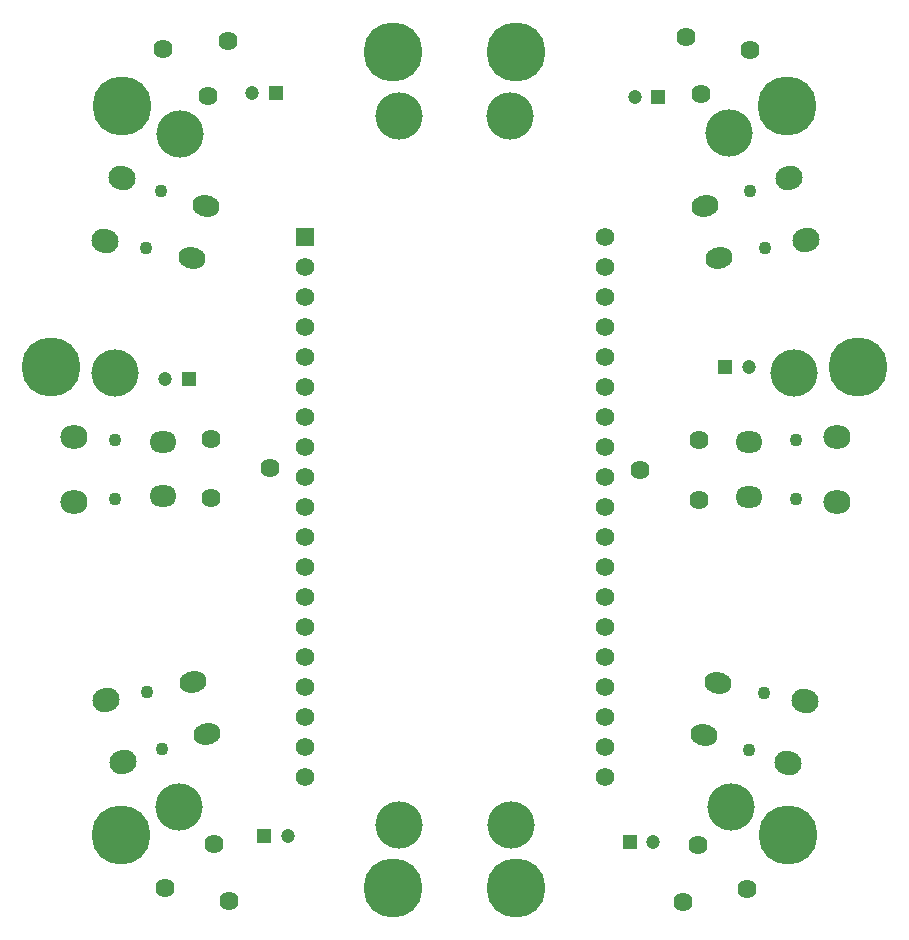
<source format=gbr>
%TF.GenerationSoftware,KiCad,Pcbnew,(6.0.2-0)*%
%TF.CreationDate,2022-03-08T15:03:46+01:00*%
%TF.ProjectId,ESP_aux_breakout,4553505f-6175-4785-9f62-7265616b6f75,rev?*%
%TF.SameCoordinates,Original*%
%TF.FileFunction,Soldermask,Bot*%
%TF.FilePolarity,Negative*%
%FSLAX46Y46*%
G04 Gerber Fmt 4.6, Leading zero omitted, Abs format (unit mm)*
G04 Created by KiCad (PCBNEW (6.0.2-0)) date 2022-03-08 15:03:46*
%MOMM*%
%LPD*%
G01*
G04 APERTURE LIST*
G04 Aperture macros list*
%AMHorizOval*
0 Thick line with rounded ends*
0 $1 width*
0 $2 $3 position (X,Y) of the first rounded end (center of the circle)*
0 $4 $5 position (X,Y) of the second rounded end (center of the circle)*
0 Add line between two ends*
20,1,$1,$2,$3,$4,$5,0*
0 Add two circle primitives to create the rounded ends*
1,1,$1,$2,$3*
1,1,$1,$4,$5*%
G04 Aperture macros list end*
%ADD10C,5.000000*%
%ADD11C,4.000000*%
%ADD12R,1.200000X1.200000*%
%ADD13C,1.200000*%
%ADD14C,1.560000*%
%ADD15R,1.560000X1.560000*%
%ADD16HorizOval,2.000000X-0.144889X0.038823X0.144889X-0.038823X0*%
%ADD17HorizOval,1.800000X-0.241481X0.064705X0.241481X-0.064705X0*%
%ADD18C,1.100000*%
%ADD19O,2.300000X2.000000*%
%ADD20O,2.300000X1.800000*%
%ADD21HorizOval,2.000000X0.144889X0.038823X-0.144889X-0.038823X0*%
%ADD22HorizOval,1.800000X0.241481X0.064705X-0.241481X-0.064705X0*%
%ADD23HorizOval,2.000000X-0.144889X-0.038823X0.144889X0.038823X0*%
%ADD24HorizOval,1.800000X-0.241481X-0.064705X0.241481X0.064705X0*%
%ADD25C,1.620000*%
G04 APERTURE END LIST*
D10*
%TO.C,U5*%
X163523488Y-47102796D03*
D11*
X158670000Y-49470000D03*
%TD*%
D12*
%TO.C,C1*%
X120280000Y-46010000D03*
D13*
X118280000Y-46010000D03*
%TD*%
D14*
%TO.C,U1*%
X148170000Y-103920000D03*
X148170000Y-101380000D03*
X148170000Y-98840000D03*
X148170000Y-96300000D03*
X148170000Y-93760000D03*
X148170000Y-91220000D03*
X148170000Y-88680000D03*
X148170000Y-86140000D03*
X148170000Y-83600000D03*
X148170000Y-81060000D03*
X148170000Y-78520000D03*
X148170000Y-75980000D03*
X148170000Y-73440000D03*
X148170000Y-70900000D03*
X148170000Y-68360000D03*
X148170000Y-65820000D03*
X148170000Y-63280000D03*
X148170000Y-60740000D03*
X148170000Y-58200000D03*
X122770000Y-101380000D03*
X122770000Y-98840000D03*
X122770000Y-96300000D03*
X122770000Y-93760000D03*
X122770000Y-91220000D03*
X122770000Y-88680000D03*
X122770000Y-86140000D03*
X122770000Y-83600000D03*
X122770000Y-81060000D03*
X122770000Y-78520000D03*
X122770000Y-75980000D03*
X122770000Y-73440000D03*
X122770000Y-70900000D03*
X122770000Y-68360000D03*
X122770000Y-65820000D03*
X122770000Y-63280000D03*
X122770000Y-103920000D03*
X122770000Y-60740000D03*
D15*
X122770000Y-58200000D03*
%TD*%
D16*
%TO.C,J1*%
X107253505Y-53227408D03*
X105830000Y-58540000D03*
D17*
X113190912Y-60046476D03*
X114381480Y-55603217D03*
D18*
X109275445Y-59204385D03*
X110569540Y-54374756D03*
%TD*%
D12*
%TO.C,C2*%
X112880000Y-70270000D03*
D13*
X110880000Y-70270000D03*
%TD*%
D12*
%TO.C,C3*%
X119250000Y-108950000D03*
D13*
X121250000Y-108950000D03*
%TD*%
D12*
%TO.C,C4*%
X152640000Y-46390000D03*
D13*
X150640000Y-46390000D03*
%TD*%
D12*
%TO.C,C5*%
X158320000Y-69210000D03*
D13*
X160320000Y-69210000D03*
%TD*%
D12*
%TO.C,C6*%
X150220000Y-109450000D03*
D13*
X152220000Y-109450000D03*
%TD*%
D19*
%TO.C,J2*%
X103180000Y-75140000D03*
X103180000Y-80640000D03*
D20*
X110680000Y-80190000D03*
X110680000Y-75590000D03*
D18*
X106680000Y-80390000D03*
X106680000Y-75390000D03*
%TD*%
D21*
%TO.C,J3*%
X105866495Y-97407408D03*
X107290000Y-102720000D03*
D22*
X114417975Y-100344191D03*
X113227408Y-95900932D03*
D18*
X110606036Y-101572652D03*
X109311940Y-96743023D03*
%TD*%
D23*
%TO.C,J4*%
X165123505Y-58512592D03*
X163700000Y-53200000D03*
D24*
X156572025Y-55575809D03*
X157762592Y-60019068D03*
D18*
X160383964Y-54347348D03*
X161678060Y-59176977D03*
%TD*%
D19*
%TO.C,J5*%
X167800000Y-80670000D03*
X167800000Y-75170000D03*
D20*
X160300000Y-75620000D03*
X160300000Y-80220000D03*
D18*
X164300000Y-75420000D03*
X164300000Y-80420000D03*
%TD*%
D16*
%TO.C,J6*%
X163656495Y-102802592D03*
X165080000Y-97490000D03*
D17*
X157719088Y-95983524D03*
X156528520Y-100426783D03*
D18*
X161634555Y-96825615D03*
X160340460Y-101655244D03*
%TD*%
D25*
%TO.C,RV1*%
X114529899Y-46338463D03*
X110686487Y-42279131D03*
X116240000Y-41640000D03*
%TD*%
%TO.C,RV2*%
X114780000Y-75300000D03*
X119780000Y-77800000D03*
X114780000Y-80300000D03*
%TD*%
%TO.C,RV3*%
X116314095Y-114479629D03*
X110837418Y-113358910D03*
X115020000Y-109650000D03*
%TD*%
%TO.C,RV4*%
X154955905Y-41280371D03*
X160432582Y-42401090D03*
X156250000Y-46110000D03*
%TD*%
%TO.C,RV5*%
X156110000Y-80460000D03*
X151110000Y-77960000D03*
X156110000Y-75460000D03*
%TD*%
%TO.C,RV6*%
X155997418Y-109711090D03*
X160180000Y-113420000D03*
X154703323Y-114540719D03*
%TD*%
D10*
%TO.C,U2*%
X107256512Y-47112796D03*
D11*
X112110000Y-49480000D03*
%TD*%
D10*
%TO.C,U3*%
X101240549Y-69269359D03*
D11*
X106620000Y-69740000D03*
%TD*%
D10*
%TO.C,U4*%
X107176512Y-108837204D03*
D11*
X112030000Y-106470000D03*
%TD*%
D10*
%TO.C,U6*%
X169519451Y-69269359D03*
D11*
X164140000Y-69740000D03*
%TD*%
D10*
%TO.C,U7*%
X163643488Y-108867204D03*
D11*
X158790000Y-106500000D03*
%TD*%
D10*
%TO.C,U8*%
X130199359Y-42570549D03*
D11*
X130670000Y-47950000D03*
%TD*%
D10*
%TO.C,U9*%
X130189359Y-113359451D03*
D11*
X130660000Y-107980000D03*
%TD*%
D10*
%TO.C,U10*%
X140580641Y-42570549D03*
D11*
X140110000Y-47950000D03*
%TD*%
D10*
%TO.C,U11*%
X140610641Y-113359451D03*
D11*
X140140000Y-107980000D03*
%TD*%
M02*

</source>
